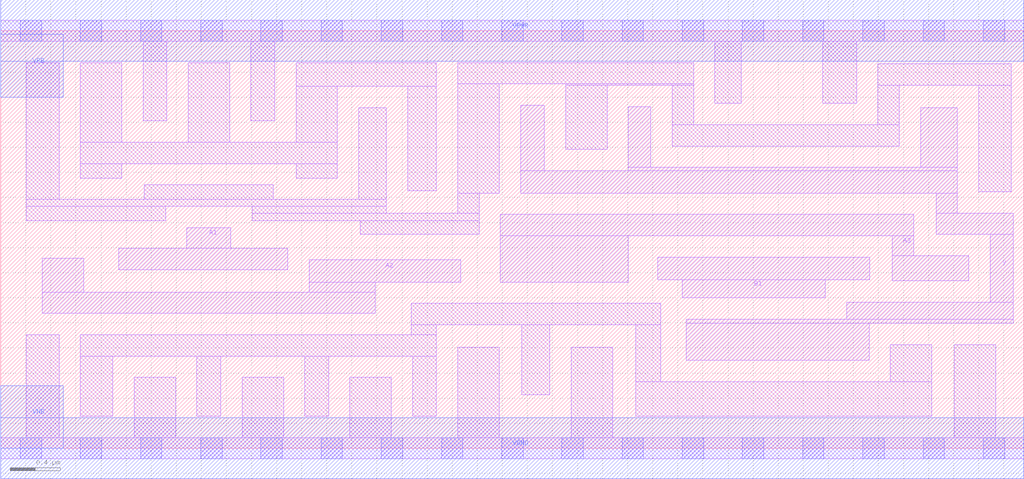
<source format=lef>
# Copyright 2020 The SkyWater PDK Authors
#
# Licensed under the Apache License, Version 2.0 (the "License");
# you may not use this file except in compliance with the License.
# You may obtain a copy of the License at
#
#     https://www.apache.org/licenses/LICENSE-2.0
#
# Unless required by applicable law or agreed to in writing, software
# distributed under the License is distributed on an "AS IS" BASIS,
# WITHOUT WARRANTIES OR CONDITIONS OF ANY KIND, either express or implied.
# See the License for the specific language governing permissions and
# limitations under the License.
#
# SPDX-License-Identifier: Apache-2.0

VERSION 5.5 ;
NAMESCASESENSITIVE ON ;
BUSBITCHARS "[]" ;
DIVIDERCHAR "/" ;
MACRO sky130_fd_sc_lp__o31ai_4
  CLASS CORE ;
  SOURCE USER ;
  ORIGIN  0.000000  0.000000 ;
  SIZE  8.160000 BY  3.330000 ;
  SYMMETRY X Y R90 ;
  SITE unit ;
  PIN A1
    ANTENNAGATEAREA  1.260000 ;
    DIRECTION INPUT ;
    USE SIGNAL ;
    PORT
      LAYER li1 ;
        RECT 0.940000 1.425000 2.290000 1.595000 ;
        RECT 1.485000 1.595000 1.835000 1.760000 ;
    END
  END A1
  PIN A2
    ANTENNAGATEAREA  1.260000 ;
    DIRECTION INPUT ;
    USE SIGNAL ;
    PORT
      LAYER li1 ;
        RECT 0.330000 1.075000 2.985000 1.245000 ;
        RECT 0.330000 1.245000 0.660000 1.515000 ;
        RECT 2.460000 1.245000 2.985000 1.325000 ;
        RECT 2.460000 1.325000 3.670000 1.505000 ;
    END
  END A2
  PIN A3
    ANTENNAGATEAREA  1.260000 ;
    DIRECTION INPUT ;
    USE SIGNAL ;
    PORT
      LAYER li1 ;
        RECT 3.985000 1.325000 5.005000 1.695000 ;
        RECT 3.985000 1.695000 7.280000 1.865000 ;
        RECT 7.110000 1.335000 7.720000 1.535000 ;
        RECT 7.110000 1.535000 7.280000 1.695000 ;
    END
  END A3
  PIN B1
    ANTENNAGATEAREA  1.260000 ;
    DIRECTION INPUT ;
    USE SIGNAL ;
    PORT
      LAYER li1 ;
        RECT 5.240000 1.345000 6.930000 1.525000 ;
        RECT 5.435000 1.200000 6.575000 1.345000 ;
    END
  END B1
  PIN Y
    ANTENNADIFFAREA  2.318400 ;
    DIRECTION OUTPUT ;
    USE SIGNAL ;
    PORT
      LAYER li1 ;
        RECT 4.145000 2.035000 7.630000 2.215000 ;
        RECT 4.145000 2.215000 4.335000 2.735000 ;
        RECT 5.005000 2.215000 7.630000 2.240000 ;
        RECT 5.005000 2.240000 5.185000 2.725000 ;
        RECT 5.465000 0.700000 6.925000 0.995000 ;
        RECT 5.465000 0.995000 8.075000 1.030000 ;
        RECT 6.745000 1.030000 8.075000 1.165000 ;
        RECT 7.335000 2.240000 7.630000 2.715000 ;
        RECT 7.460000 1.705000 8.075000 1.875000 ;
        RECT 7.460000 1.875000 7.630000 2.035000 ;
        RECT 7.890000 1.165000 8.075000 1.705000 ;
    END
  END Y
  PIN VGND
    DIRECTION INOUT ;
    USE GROUND ;
    PORT
      LAYER met1 ;
        RECT 0.000000 -0.245000 8.160000 0.245000 ;
    END
  END VGND
  PIN VNB
    DIRECTION INOUT ;
    USE GROUND ;
    PORT
      LAYER met1 ;
        RECT 0.000000 0.000000 0.500000 0.500000 ;
    END
  END VNB
  PIN VPB
    DIRECTION INOUT ;
    USE POWER ;
    PORT
      LAYER met1 ;
        RECT 0.000000 2.800000 0.500000 3.300000 ;
    END
  END VPB
  PIN VPWR
    DIRECTION INOUT ;
    USE POWER ;
    PORT
      LAYER met1 ;
        RECT 0.000000 3.085000 8.160000 3.575000 ;
    END
  END VPWR
  OBS
    LAYER li1 ;
      RECT 0.000000 -0.085000 8.160000 0.085000 ;
      RECT 0.000000  3.245000 8.160000 3.415000 ;
      RECT 0.205000  0.085000 0.465000 0.905000 ;
      RECT 0.205000  1.815000 1.315000 1.930000 ;
      RECT 0.205000  1.930000 3.075000 1.985000 ;
      RECT 0.205000  1.985000 0.465000 3.075000 ;
      RECT 0.635000  0.255000 0.895000 0.735000 ;
      RECT 0.635000  0.735000 3.475000 0.905000 ;
      RECT 0.635000  2.155000 0.965000 2.270000 ;
      RECT 0.635000  2.270000 2.685000 2.440000 ;
      RECT 0.635000  2.440000 0.965000 3.075000 ;
      RECT 1.065000  0.085000 1.395000 0.565000 ;
      RECT 1.135000  2.610000 1.325000 3.245000 ;
      RECT 1.145000  1.985000 2.175000 2.100000 ;
      RECT 1.495000  2.440000 1.825000 3.075000 ;
      RECT 1.565000  0.255000 1.755000 0.735000 ;
      RECT 1.925000  0.085000 2.255000 0.565000 ;
      RECT 1.995000  2.610000 2.185000 3.245000 ;
      RECT 2.005000  1.815000 3.815000 1.875000 ;
      RECT 2.005000  1.875000 3.075000 1.930000 ;
      RECT 2.355000  2.155000 2.685000 2.270000 ;
      RECT 2.355000  2.440000 2.685000 2.885000 ;
      RECT 2.355000  2.885000 3.475000 3.075000 ;
      RECT 2.425000  0.255000 2.615000 0.735000 ;
      RECT 2.785000  0.085000 3.115000 0.565000 ;
      RECT 2.855000  1.985000 3.075000 2.715000 ;
      RECT 2.865000  1.705000 3.815000 1.815000 ;
      RECT 3.245000  2.055000 3.475000 2.885000 ;
      RECT 3.275000  0.905000 3.475000 0.985000 ;
      RECT 3.275000  0.985000 5.265000 1.155000 ;
      RECT 3.285000  0.255000 3.475000 0.735000 ;
      RECT 3.645000  0.085000 3.975000 0.805000 ;
      RECT 3.645000  1.875000 3.815000 2.035000 ;
      RECT 3.645000  2.035000 3.975000 2.905000 ;
      RECT 3.645000  2.905000 5.525000 3.075000 ;
      RECT 4.155000  0.425000 4.380000 0.985000 ;
      RECT 4.505000  2.385000 4.835000 2.895000 ;
      RECT 4.505000  2.895000 5.525000 2.905000 ;
      RECT 4.550000  0.085000 4.880000 0.805000 ;
      RECT 5.065000  0.255000 7.425000 0.530000 ;
      RECT 5.065000  0.530000 5.265000 0.985000 ;
      RECT 5.355000  2.410000 7.165000 2.580000 ;
      RECT 5.355000  2.580000 5.525000 2.895000 ;
      RECT 5.695000  2.750000 5.905000 3.245000 ;
      RECT 6.555000  2.750000 6.825000 3.245000 ;
      RECT 6.995000  2.580000 7.165000 2.895000 ;
      RECT 6.995000  2.895000 8.060000 3.065000 ;
      RECT 7.095000  0.530000 7.425000 0.825000 ;
      RECT 7.605000  0.085000 7.935000 0.825000 ;
      RECT 7.800000  2.045000 8.060000 2.895000 ;
    LAYER mcon ;
      RECT 0.155000 -0.085000 0.325000 0.085000 ;
      RECT 0.155000  3.245000 0.325000 3.415000 ;
      RECT 0.635000 -0.085000 0.805000 0.085000 ;
      RECT 0.635000  3.245000 0.805000 3.415000 ;
      RECT 1.115000 -0.085000 1.285000 0.085000 ;
      RECT 1.115000  3.245000 1.285000 3.415000 ;
      RECT 1.595000 -0.085000 1.765000 0.085000 ;
      RECT 1.595000  3.245000 1.765000 3.415000 ;
      RECT 2.075000 -0.085000 2.245000 0.085000 ;
      RECT 2.075000  3.245000 2.245000 3.415000 ;
      RECT 2.555000 -0.085000 2.725000 0.085000 ;
      RECT 2.555000  3.245000 2.725000 3.415000 ;
      RECT 3.035000 -0.085000 3.205000 0.085000 ;
      RECT 3.035000  3.245000 3.205000 3.415000 ;
      RECT 3.515000 -0.085000 3.685000 0.085000 ;
      RECT 3.515000  3.245000 3.685000 3.415000 ;
      RECT 3.995000 -0.085000 4.165000 0.085000 ;
      RECT 3.995000  3.245000 4.165000 3.415000 ;
      RECT 4.475000 -0.085000 4.645000 0.085000 ;
      RECT 4.475000  3.245000 4.645000 3.415000 ;
      RECT 4.955000 -0.085000 5.125000 0.085000 ;
      RECT 4.955000  3.245000 5.125000 3.415000 ;
      RECT 5.435000 -0.085000 5.605000 0.085000 ;
      RECT 5.435000  3.245000 5.605000 3.415000 ;
      RECT 5.915000 -0.085000 6.085000 0.085000 ;
      RECT 5.915000  3.245000 6.085000 3.415000 ;
      RECT 6.395000 -0.085000 6.565000 0.085000 ;
      RECT 6.395000  3.245000 6.565000 3.415000 ;
      RECT 6.875000 -0.085000 7.045000 0.085000 ;
      RECT 6.875000  3.245000 7.045000 3.415000 ;
      RECT 7.355000 -0.085000 7.525000 0.085000 ;
      RECT 7.355000  3.245000 7.525000 3.415000 ;
      RECT 7.835000 -0.085000 8.005000 0.085000 ;
      RECT 7.835000  3.245000 8.005000 3.415000 ;
  END
END sky130_fd_sc_lp__o31ai_4
END LIBRARY

</source>
